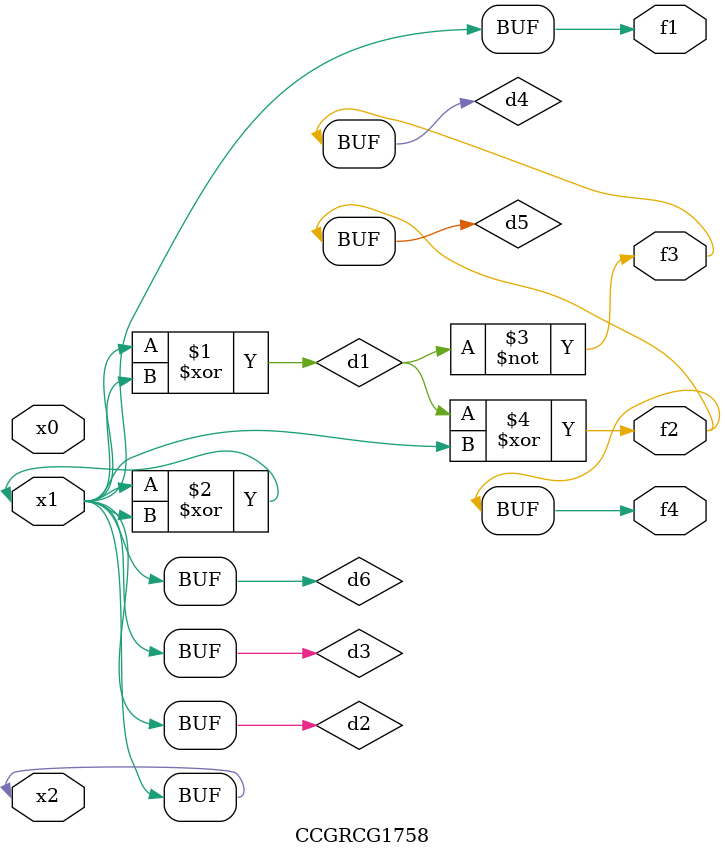
<source format=v>
module CCGRCG1758(
	input x0, x1, x2,
	output f1, f2, f3, f4
);

	wire d1, d2, d3, d4, d5, d6;

	xor (d1, x1, x2);
	buf (d2, x1, x2);
	xor (d3, x1, x2);
	nor (d4, d1);
	xor (d5, d1, d2);
	buf (d6, d2, d3);
	assign f1 = d6;
	assign f2 = d5;
	assign f3 = d4;
	assign f4 = d5;
endmodule

</source>
